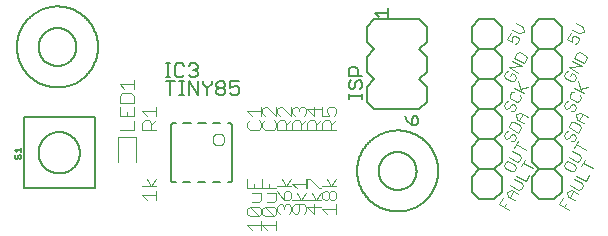
<source format=gto>
G04 EAGLE Gerber RS-274X export*
G75*
%MOMM*%
%FSLAX34Y34*%
%LPD*%
%INSilkscreen Top*%
%IPPOS*%
%AMOC8*
5,1,8,0,0,1.08239X$1,22.5*%
G01*
%ADD10C,0.076200*%
%ADD11C,0.152400*%
%ADD12C,0.203200*%
%ADD13C,0.127000*%
%ADD14C,0.050800*%
%ADD15C,0.101600*%
%ADD16C,0.120000*%


D10*
X426650Y164879D02*
X423515Y159448D01*
X427588Y157097D01*
X427798Y160596D01*
X428581Y161954D01*
X430723Y162528D01*
X433438Y160960D01*
X434012Y158818D01*
X432444Y156103D01*
X430303Y155529D01*
X433623Y164415D02*
X428192Y167550D01*
X433623Y164415D02*
X437906Y165563D01*
X436758Y169845D01*
X431328Y172981D01*
X424833Y132345D02*
X422691Y131771D01*
X421123Y129056D01*
X421697Y126915D01*
X427128Y123779D01*
X429269Y124353D01*
X430837Y127068D01*
X430263Y129210D01*
X427548Y130778D01*
X425980Y128062D01*
X433163Y131097D02*
X425017Y135800D01*
X436298Y136528D01*
X428153Y141231D01*
X429695Y143902D02*
X437841Y139199D01*
X440192Y143272D01*
X439618Y145413D01*
X434188Y148549D01*
X432046Y147975D01*
X429695Y143902D01*
X422691Y55571D02*
X421123Y52856D01*
X421697Y50715D01*
X427128Y47579D01*
X429269Y48153D01*
X430837Y50868D01*
X430263Y53010D01*
X424833Y56145D01*
X422691Y55571D01*
X425017Y59600D02*
X431805Y55681D01*
X433947Y56255D01*
X435515Y58970D01*
X434941Y61112D01*
X428153Y65031D01*
X431263Y70417D02*
X439408Y65714D01*
X429695Y67702D02*
X432830Y73133D01*
X417165Y19748D02*
X425311Y15045D01*
X417165Y19748D02*
X420300Y25179D01*
X422805Y20112D02*
X421238Y17397D01*
X424558Y26283D02*
X429988Y23147D01*
X424558Y26283D02*
X423410Y30566D01*
X427693Y31713D01*
X433123Y28578D01*
X429051Y30929D02*
X425915Y25499D01*
X433308Y32033D02*
X426520Y35952D01*
X433308Y32033D02*
X435450Y32607D01*
X437017Y35322D01*
X436443Y37463D01*
X429655Y41383D01*
X431197Y44054D02*
X439343Y39351D01*
X442479Y44781D01*
X445589Y50168D02*
X437443Y54871D01*
X439010Y57586D02*
X435875Y52156D01*
X422691Y106371D02*
X424833Y106945D01*
X422691Y106371D02*
X421123Y103656D01*
X421697Y101515D01*
X423055Y100731D01*
X425196Y101305D01*
X426764Y104020D01*
X428906Y104594D01*
X430263Y103810D01*
X430837Y101668D01*
X429269Y98953D01*
X427128Y98379D01*
X427369Y114473D02*
X429510Y115047D01*
X427369Y114473D02*
X425801Y111758D01*
X426375Y109616D01*
X431805Y106481D01*
X433947Y107055D01*
X435515Y109770D01*
X434941Y111912D01*
X437841Y113799D02*
X429695Y118502D01*
X435125Y115367D02*
X432830Y123933D01*
X434552Y117508D02*
X440976Y119230D01*
X424833Y81545D02*
X422691Y80971D01*
X421123Y78256D01*
X421697Y76115D01*
X423055Y75331D01*
X425196Y75905D01*
X426764Y78620D01*
X428906Y79194D01*
X430263Y78410D01*
X430837Y76268D01*
X429269Y73553D01*
X427128Y72979D01*
X433163Y80297D02*
X425017Y85000D01*
X433163Y80297D02*
X435515Y84370D01*
X434941Y86512D01*
X429510Y89647D01*
X427369Y89073D01*
X425017Y85000D01*
X432410Y91534D02*
X437841Y88399D01*
X432410Y91534D02*
X431263Y95817D01*
X435545Y96965D01*
X440976Y93830D01*
X436903Y96181D02*
X433768Y90751D01*
X474315Y159448D02*
X477450Y164879D01*
X474315Y159448D02*
X478388Y157097D01*
X478598Y160596D01*
X479381Y161954D01*
X481523Y162528D01*
X484238Y160960D01*
X484812Y158818D01*
X483244Y156103D01*
X481103Y155529D01*
X484423Y164415D02*
X478992Y167550D01*
X484423Y164415D02*
X488706Y165563D01*
X487558Y169845D01*
X482128Y172981D01*
X475633Y132345D02*
X473491Y131771D01*
X471923Y129056D01*
X472497Y126915D01*
X477928Y123779D01*
X480069Y124353D01*
X481637Y127068D01*
X481063Y129210D01*
X478348Y130778D01*
X476780Y128062D01*
X483963Y131097D02*
X475817Y135800D01*
X487098Y136528D01*
X478953Y141231D01*
X480495Y143902D02*
X488641Y139199D01*
X490992Y143272D01*
X490418Y145413D01*
X484988Y148549D01*
X482846Y147975D01*
X480495Y143902D01*
X473491Y55571D02*
X471923Y52856D01*
X472497Y50715D01*
X477928Y47579D01*
X480069Y48153D01*
X481637Y50868D01*
X481063Y53010D01*
X475633Y56145D01*
X473491Y55571D01*
X475817Y59600D02*
X482605Y55681D01*
X484747Y56255D01*
X486315Y58970D01*
X485741Y61112D01*
X478953Y65031D01*
X482063Y70417D02*
X490208Y65714D01*
X480495Y67702D02*
X483630Y73133D01*
X467965Y19748D02*
X476111Y15045D01*
X467965Y19748D02*
X471100Y25179D01*
X473605Y20112D02*
X472038Y17397D01*
X475358Y26283D02*
X480788Y23147D01*
X475358Y26283D02*
X474210Y30566D01*
X478493Y31713D01*
X483923Y28578D01*
X479851Y30929D02*
X476715Y25499D01*
X484108Y32033D02*
X477320Y35952D01*
X484108Y32033D02*
X486250Y32607D01*
X487817Y35322D01*
X487243Y37463D01*
X480455Y41383D01*
X481997Y44054D02*
X490143Y39351D01*
X493279Y44781D01*
X496389Y50168D02*
X488243Y54871D01*
X489810Y57586D02*
X486675Y52156D01*
X473491Y106371D02*
X475633Y106945D01*
X473491Y106371D02*
X471923Y103656D01*
X472497Y101515D01*
X473855Y100731D01*
X475996Y101305D01*
X477564Y104020D01*
X479706Y104594D01*
X481063Y103810D01*
X481637Y101668D01*
X480069Y98953D01*
X477928Y98379D01*
X478169Y114473D02*
X480310Y115047D01*
X478169Y114473D02*
X476601Y111758D01*
X477175Y109616D01*
X482605Y106481D01*
X484747Y107055D01*
X486315Y109770D01*
X485741Y111912D01*
X488641Y113799D02*
X480495Y118502D01*
X485925Y115367D02*
X483630Y123933D01*
X485352Y117508D02*
X491776Y119230D01*
X475633Y81545D02*
X473491Y80971D01*
X471923Y78256D01*
X472497Y76115D01*
X473855Y75331D01*
X475996Y75905D01*
X477564Y78620D01*
X479706Y79194D01*
X481063Y78410D01*
X481637Y76268D01*
X480069Y73553D01*
X477928Y72979D01*
X483963Y80297D02*
X475817Y85000D01*
X483963Y80297D02*
X486315Y84370D01*
X485741Y86512D01*
X480310Y89647D01*
X478169Y89073D01*
X475817Y85000D01*
X483210Y91534D02*
X488641Y88399D01*
X483210Y91534D02*
X482063Y95817D01*
X486345Y96965D01*
X491776Y93830D01*
X487703Y96181D02*
X484568Y90751D01*
D11*
X419100Y93900D02*
X419100Y81200D01*
X412750Y74850D01*
X400050Y74850D01*
X393700Y81200D01*
X412750Y74850D02*
X419100Y68500D01*
X419100Y55800D01*
X412750Y49450D01*
X400050Y49450D01*
X393700Y55800D01*
X393700Y68500D01*
X400050Y74850D01*
X419100Y119300D02*
X412750Y125650D01*
X419100Y119300D02*
X419100Y106600D01*
X412750Y100250D01*
X400050Y100250D01*
X393700Y106600D01*
X393700Y119300D01*
X400050Y125650D01*
X412750Y100250D02*
X419100Y93900D01*
X400050Y100250D02*
X393700Y93900D01*
X393700Y81200D01*
X419100Y157400D02*
X419100Y170100D01*
X419100Y157400D02*
X412750Y151050D01*
X400050Y151050D01*
X393700Y157400D01*
X412750Y151050D02*
X419100Y144700D01*
X419100Y132000D01*
X412750Y125650D01*
X400050Y125650D01*
X393700Y132000D01*
X393700Y144700D01*
X400050Y151050D01*
X400050Y176450D02*
X412750Y176450D01*
X419100Y170100D01*
X400050Y176450D02*
X393700Y170100D01*
X393700Y157400D01*
X419100Y43100D02*
X419100Y30400D01*
X412750Y24050D01*
X400050Y24050D01*
X393700Y30400D01*
X412750Y49450D02*
X419100Y43100D01*
X400050Y49450D02*
X393700Y43100D01*
X393700Y30400D01*
X469900Y81200D02*
X469900Y93900D01*
X469900Y81200D02*
X463550Y74850D01*
X450850Y74850D01*
X444500Y81200D01*
X463550Y74850D02*
X469900Y68500D01*
X469900Y55800D01*
X463550Y49450D01*
X450850Y49450D01*
X444500Y55800D01*
X444500Y68500D01*
X450850Y74850D01*
X469900Y119300D02*
X463550Y125650D01*
X469900Y119300D02*
X469900Y106600D01*
X463550Y100250D01*
X450850Y100250D01*
X444500Y106600D01*
X444500Y119300D01*
X450850Y125650D01*
X463550Y100250D02*
X469900Y93900D01*
X450850Y100250D02*
X444500Y93900D01*
X444500Y81200D01*
X469900Y157400D02*
X469900Y170100D01*
X469900Y157400D02*
X463550Y151050D01*
X450850Y151050D01*
X444500Y157400D01*
X463550Y151050D02*
X469900Y144700D01*
X469900Y132000D01*
X463550Y125650D01*
X450850Y125650D01*
X444500Y132000D01*
X444500Y144700D01*
X450850Y151050D01*
X450850Y176450D02*
X463550Y176450D01*
X469900Y170100D01*
X450850Y176450D02*
X444500Y170100D01*
X444500Y157400D01*
X469900Y43100D02*
X469900Y30400D01*
X463550Y24050D01*
X450850Y24050D01*
X444500Y30400D01*
X463550Y49450D02*
X469900Y43100D01*
X450850Y49450D02*
X444500Y43100D01*
X444500Y30400D01*
X296710Y48000D02*
X296720Y48842D01*
X296751Y49683D01*
X296803Y50523D01*
X296875Y51361D01*
X296968Y52197D01*
X297081Y53031D01*
X297215Y53862D01*
X297369Y54690D01*
X297543Y55513D01*
X297738Y56332D01*
X297952Y57146D01*
X298187Y57954D01*
X298441Y58756D01*
X298714Y59552D01*
X299008Y60341D01*
X299320Y61122D01*
X299652Y61896D01*
X300002Y62661D01*
X300371Y63417D01*
X300759Y64164D01*
X301165Y64901D01*
X301588Y65629D01*
X302030Y66345D01*
X302489Y67051D01*
X302965Y67744D01*
X303458Y68427D01*
X303968Y69096D01*
X304493Y69753D01*
X305035Y70397D01*
X305593Y71028D01*
X306166Y71644D01*
X306753Y72247D01*
X307356Y72834D01*
X307972Y73407D01*
X308603Y73965D01*
X309247Y74507D01*
X309904Y75032D01*
X310573Y75542D01*
X311256Y76035D01*
X311949Y76511D01*
X312655Y76970D01*
X313371Y77412D01*
X314099Y77835D01*
X314836Y78241D01*
X315583Y78629D01*
X316339Y78998D01*
X317104Y79348D01*
X317878Y79680D01*
X318659Y79992D01*
X319448Y80286D01*
X320244Y80559D01*
X321046Y80813D01*
X321854Y81048D01*
X322668Y81262D01*
X323487Y81457D01*
X324310Y81631D01*
X325138Y81785D01*
X325969Y81919D01*
X326803Y82032D01*
X327639Y82125D01*
X328477Y82197D01*
X329317Y82249D01*
X330158Y82280D01*
X331000Y82290D01*
X331842Y82280D01*
X332683Y82249D01*
X333523Y82197D01*
X334361Y82125D01*
X335197Y82032D01*
X336031Y81919D01*
X336862Y81785D01*
X337690Y81631D01*
X338513Y81457D01*
X339332Y81262D01*
X340146Y81048D01*
X340954Y80813D01*
X341756Y80559D01*
X342552Y80286D01*
X343341Y79992D01*
X344122Y79680D01*
X344896Y79348D01*
X345661Y78998D01*
X346417Y78629D01*
X347164Y78241D01*
X347901Y77835D01*
X348629Y77412D01*
X349345Y76970D01*
X350051Y76511D01*
X350744Y76035D01*
X351427Y75542D01*
X352096Y75032D01*
X352753Y74507D01*
X353397Y73965D01*
X354028Y73407D01*
X354644Y72834D01*
X355247Y72247D01*
X355834Y71644D01*
X356407Y71028D01*
X356965Y70397D01*
X357507Y69753D01*
X358032Y69096D01*
X358542Y68427D01*
X359035Y67744D01*
X359511Y67051D01*
X359970Y66345D01*
X360412Y65629D01*
X360835Y64901D01*
X361241Y64164D01*
X361629Y63417D01*
X361998Y62661D01*
X362348Y61896D01*
X362680Y61122D01*
X362992Y60341D01*
X363286Y59552D01*
X363559Y58756D01*
X363813Y57954D01*
X364048Y57146D01*
X364262Y56332D01*
X364457Y55513D01*
X364631Y54690D01*
X364785Y53862D01*
X364919Y53031D01*
X365032Y52197D01*
X365125Y51361D01*
X365197Y50523D01*
X365249Y49683D01*
X365280Y48842D01*
X365290Y48000D01*
X365280Y47158D01*
X365249Y46317D01*
X365197Y45477D01*
X365125Y44639D01*
X365032Y43803D01*
X364919Y42969D01*
X364785Y42138D01*
X364631Y41310D01*
X364457Y40487D01*
X364262Y39668D01*
X364048Y38854D01*
X363813Y38046D01*
X363559Y37244D01*
X363286Y36448D01*
X362992Y35659D01*
X362680Y34878D01*
X362348Y34104D01*
X361998Y33339D01*
X361629Y32583D01*
X361241Y31836D01*
X360835Y31099D01*
X360412Y30371D01*
X359970Y29655D01*
X359511Y28949D01*
X359035Y28256D01*
X358542Y27573D01*
X358032Y26904D01*
X357507Y26247D01*
X356965Y25603D01*
X356407Y24972D01*
X355834Y24356D01*
X355247Y23753D01*
X354644Y23166D01*
X354028Y22593D01*
X353397Y22035D01*
X352753Y21493D01*
X352096Y20968D01*
X351427Y20458D01*
X350744Y19965D01*
X350051Y19489D01*
X349345Y19030D01*
X348629Y18588D01*
X347901Y18165D01*
X347164Y17759D01*
X346417Y17371D01*
X345661Y17002D01*
X344896Y16652D01*
X344122Y16320D01*
X343341Y16008D01*
X342552Y15714D01*
X341756Y15441D01*
X340954Y15187D01*
X340146Y14952D01*
X339332Y14738D01*
X338513Y14543D01*
X337690Y14369D01*
X336862Y14215D01*
X336031Y14081D01*
X335197Y13968D01*
X334361Y13875D01*
X333523Y13803D01*
X332683Y13751D01*
X331842Y13720D01*
X331000Y13710D01*
X330158Y13720D01*
X329317Y13751D01*
X328477Y13803D01*
X327639Y13875D01*
X326803Y13968D01*
X325969Y14081D01*
X325138Y14215D01*
X324310Y14369D01*
X323487Y14543D01*
X322668Y14738D01*
X321854Y14952D01*
X321046Y15187D01*
X320244Y15441D01*
X319448Y15714D01*
X318659Y16008D01*
X317878Y16320D01*
X317104Y16652D01*
X316339Y17002D01*
X315583Y17371D01*
X314836Y17759D01*
X314099Y18165D01*
X313371Y18588D01*
X312655Y19030D01*
X311949Y19489D01*
X311256Y19965D01*
X310573Y20458D01*
X309904Y20968D01*
X309247Y21493D01*
X308603Y22035D01*
X307972Y22593D01*
X307356Y23166D01*
X306753Y23753D01*
X306166Y24356D01*
X305593Y24972D01*
X305035Y25603D01*
X304493Y26247D01*
X303968Y26904D01*
X303458Y27573D01*
X302965Y28256D01*
X302489Y28949D01*
X302030Y29655D01*
X301588Y30371D01*
X301165Y31099D01*
X300759Y31836D01*
X300371Y32583D01*
X300002Y33339D01*
X299652Y34104D01*
X299320Y34878D01*
X299008Y35659D01*
X298714Y36448D01*
X298441Y37244D01*
X298187Y38046D01*
X297952Y38854D01*
X297738Y39668D01*
X297543Y40487D01*
X297369Y41310D01*
X297215Y42138D01*
X297081Y42969D01*
X296968Y43803D01*
X296875Y44639D01*
X296803Y45477D01*
X296751Y46317D01*
X296720Y47158D01*
X296710Y48000D01*
D12*
X315000Y48000D02*
X315005Y48393D01*
X315019Y48785D01*
X315043Y49177D01*
X315077Y49568D01*
X315120Y49959D01*
X315173Y50348D01*
X315236Y50735D01*
X315307Y51121D01*
X315389Y51506D01*
X315479Y51888D01*
X315580Y52267D01*
X315689Y52645D01*
X315808Y53019D01*
X315935Y53390D01*
X316072Y53758D01*
X316218Y54123D01*
X316373Y54484D01*
X316536Y54841D01*
X316708Y55194D01*
X316889Y55542D01*
X317079Y55886D01*
X317276Y56226D01*
X317482Y56560D01*
X317696Y56889D01*
X317919Y57213D01*
X318149Y57531D01*
X318386Y57844D01*
X318632Y58150D01*
X318885Y58451D01*
X319145Y58745D01*
X319412Y59033D01*
X319686Y59314D01*
X319967Y59588D01*
X320255Y59855D01*
X320549Y60115D01*
X320850Y60368D01*
X321156Y60614D01*
X321469Y60851D01*
X321787Y61081D01*
X322111Y61304D01*
X322440Y61518D01*
X322774Y61724D01*
X323114Y61921D01*
X323458Y62111D01*
X323806Y62292D01*
X324159Y62464D01*
X324516Y62627D01*
X324877Y62782D01*
X325242Y62928D01*
X325610Y63065D01*
X325981Y63192D01*
X326355Y63311D01*
X326733Y63420D01*
X327112Y63521D01*
X327494Y63611D01*
X327879Y63693D01*
X328265Y63764D01*
X328652Y63827D01*
X329041Y63880D01*
X329432Y63923D01*
X329823Y63957D01*
X330215Y63981D01*
X330607Y63995D01*
X331000Y64000D01*
X331393Y63995D01*
X331785Y63981D01*
X332177Y63957D01*
X332568Y63923D01*
X332959Y63880D01*
X333348Y63827D01*
X333735Y63764D01*
X334121Y63693D01*
X334506Y63611D01*
X334888Y63521D01*
X335267Y63420D01*
X335645Y63311D01*
X336019Y63192D01*
X336390Y63065D01*
X336758Y62928D01*
X337123Y62782D01*
X337484Y62627D01*
X337841Y62464D01*
X338194Y62292D01*
X338542Y62111D01*
X338886Y61921D01*
X339226Y61724D01*
X339560Y61518D01*
X339889Y61304D01*
X340213Y61081D01*
X340531Y60851D01*
X340844Y60614D01*
X341150Y60368D01*
X341451Y60115D01*
X341745Y59855D01*
X342033Y59588D01*
X342314Y59314D01*
X342588Y59033D01*
X342855Y58745D01*
X343115Y58451D01*
X343368Y58150D01*
X343614Y57844D01*
X343851Y57531D01*
X344081Y57213D01*
X344304Y56889D01*
X344518Y56560D01*
X344724Y56226D01*
X344921Y55886D01*
X345111Y55542D01*
X345292Y55194D01*
X345464Y54841D01*
X345627Y54484D01*
X345782Y54123D01*
X345928Y53758D01*
X346065Y53390D01*
X346192Y53019D01*
X346311Y52645D01*
X346420Y52267D01*
X346521Y51888D01*
X346611Y51506D01*
X346693Y51121D01*
X346764Y50735D01*
X346827Y50348D01*
X346880Y49959D01*
X346923Y49568D01*
X346957Y49177D01*
X346981Y48785D01*
X346995Y48393D01*
X347000Y48000D01*
X346995Y47607D01*
X346981Y47215D01*
X346957Y46823D01*
X346923Y46432D01*
X346880Y46041D01*
X346827Y45652D01*
X346764Y45265D01*
X346693Y44879D01*
X346611Y44494D01*
X346521Y44112D01*
X346420Y43733D01*
X346311Y43355D01*
X346192Y42981D01*
X346065Y42610D01*
X345928Y42242D01*
X345782Y41877D01*
X345627Y41516D01*
X345464Y41159D01*
X345292Y40806D01*
X345111Y40458D01*
X344921Y40114D01*
X344724Y39774D01*
X344518Y39440D01*
X344304Y39111D01*
X344081Y38787D01*
X343851Y38469D01*
X343614Y38156D01*
X343368Y37850D01*
X343115Y37549D01*
X342855Y37255D01*
X342588Y36967D01*
X342314Y36686D01*
X342033Y36412D01*
X341745Y36145D01*
X341451Y35885D01*
X341150Y35632D01*
X340844Y35386D01*
X340531Y35149D01*
X340213Y34919D01*
X339889Y34696D01*
X339560Y34482D01*
X339226Y34276D01*
X338886Y34079D01*
X338542Y33889D01*
X338194Y33708D01*
X337841Y33536D01*
X337484Y33373D01*
X337123Y33218D01*
X336758Y33072D01*
X336390Y32935D01*
X336019Y32808D01*
X335645Y32689D01*
X335267Y32580D01*
X334888Y32479D01*
X334506Y32389D01*
X334121Y32307D01*
X333735Y32236D01*
X333348Y32173D01*
X332959Y32120D01*
X332568Y32077D01*
X332177Y32043D01*
X331785Y32019D01*
X331393Y32005D01*
X331000Y32000D01*
X330607Y32005D01*
X330215Y32019D01*
X329823Y32043D01*
X329432Y32077D01*
X329041Y32120D01*
X328652Y32173D01*
X328265Y32236D01*
X327879Y32307D01*
X327494Y32389D01*
X327112Y32479D01*
X326733Y32580D01*
X326355Y32689D01*
X325981Y32808D01*
X325610Y32935D01*
X325242Y33072D01*
X324877Y33218D01*
X324516Y33373D01*
X324159Y33536D01*
X323806Y33708D01*
X323458Y33889D01*
X323114Y34079D01*
X322774Y34276D01*
X322440Y34482D01*
X322111Y34696D01*
X321787Y34919D01*
X321469Y35149D01*
X321156Y35386D01*
X320850Y35632D01*
X320549Y35885D01*
X320255Y36145D01*
X319967Y36412D01*
X319686Y36686D01*
X319412Y36967D01*
X319145Y37255D01*
X318885Y37549D01*
X318632Y37850D01*
X318386Y38156D01*
X318149Y38469D01*
X317919Y38787D01*
X317696Y39111D01*
X317482Y39440D01*
X317276Y39774D01*
X317079Y40114D01*
X316889Y40458D01*
X316708Y40806D01*
X316536Y41159D01*
X316373Y41516D01*
X316218Y41877D01*
X316072Y42242D01*
X315935Y42610D01*
X315808Y42981D01*
X315689Y43355D01*
X315580Y43733D01*
X315479Y44112D01*
X315389Y44494D01*
X315307Y44879D01*
X315236Y45265D01*
X315173Y45652D01*
X315120Y46041D01*
X315077Y46432D01*
X315043Y46823D01*
X315019Y47215D01*
X315005Y47607D01*
X315000Y48000D01*
D11*
X8710Y153000D02*
X8720Y153842D01*
X8751Y154683D01*
X8803Y155523D01*
X8875Y156361D01*
X8968Y157197D01*
X9081Y158031D01*
X9215Y158862D01*
X9369Y159690D01*
X9543Y160513D01*
X9738Y161332D01*
X9952Y162146D01*
X10187Y162954D01*
X10441Y163756D01*
X10714Y164552D01*
X11008Y165341D01*
X11320Y166122D01*
X11652Y166896D01*
X12002Y167661D01*
X12371Y168417D01*
X12759Y169164D01*
X13165Y169901D01*
X13588Y170629D01*
X14030Y171345D01*
X14489Y172051D01*
X14965Y172744D01*
X15458Y173427D01*
X15968Y174096D01*
X16493Y174753D01*
X17035Y175397D01*
X17593Y176028D01*
X18166Y176644D01*
X18753Y177247D01*
X19356Y177834D01*
X19972Y178407D01*
X20603Y178965D01*
X21247Y179507D01*
X21904Y180032D01*
X22573Y180542D01*
X23256Y181035D01*
X23949Y181511D01*
X24655Y181970D01*
X25371Y182412D01*
X26099Y182835D01*
X26836Y183241D01*
X27583Y183629D01*
X28339Y183998D01*
X29104Y184348D01*
X29878Y184680D01*
X30659Y184992D01*
X31448Y185286D01*
X32244Y185559D01*
X33046Y185813D01*
X33854Y186048D01*
X34668Y186262D01*
X35487Y186457D01*
X36310Y186631D01*
X37138Y186785D01*
X37969Y186919D01*
X38803Y187032D01*
X39639Y187125D01*
X40477Y187197D01*
X41317Y187249D01*
X42158Y187280D01*
X43000Y187290D01*
X43842Y187280D01*
X44683Y187249D01*
X45523Y187197D01*
X46361Y187125D01*
X47197Y187032D01*
X48031Y186919D01*
X48862Y186785D01*
X49690Y186631D01*
X50513Y186457D01*
X51332Y186262D01*
X52146Y186048D01*
X52954Y185813D01*
X53756Y185559D01*
X54552Y185286D01*
X55341Y184992D01*
X56122Y184680D01*
X56896Y184348D01*
X57661Y183998D01*
X58417Y183629D01*
X59164Y183241D01*
X59901Y182835D01*
X60629Y182412D01*
X61345Y181970D01*
X62051Y181511D01*
X62744Y181035D01*
X63427Y180542D01*
X64096Y180032D01*
X64753Y179507D01*
X65397Y178965D01*
X66028Y178407D01*
X66644Y177834D01*
X67247Y177247D01*
X67834Y176644D01*
X68407Y176028D01*
X68965Y175397D01*
X69507Y174753D01*
X70032Y174096D01*
X70542Y173427D01*
X71035Y172744D01*
X71511Y172051D01*
X71970Y171345D01*
X72412Y170629D01*
X72835Y169901D01*
X73241Y169164D01*
X73629Y168417D01*
X73998Y167661D01*
X74348Y166896D01*
X74680Y166122D01*
X74992Y165341D01*
X75286Y164552D01*
X75559Y163756D01*
X75813Y162954D01*
X76048Y162146D01*
X76262Y161332D01*
X76457Y160513D01*
X76631Y159690D01*
X76785Y158862D01*
X76919Y158031D01*
X77032Y157197D01*
X77125Y156361D01*
X77197Y155523D01*
X77249Y154683D01*
X77280Y153842D01*
X77290Y153000D01*
X77280Y152158D01*
X77249Y151317D01*
X77197Y150477D01*
X77125Y149639D01*
X77032Y148803D01*
X76919Y147969D01*
X76785Y147138D01*
X76631Y146310D01*
X76457Y145487D01*
X76262Y144668D01*
X76048Y143854D01*
X75813Y143046D01*
X75559Y142244D01*
X75286Y141448D01*
X74992Y140659D01*
X74680Y139878D01*
X74348Y139104D01*
X73998Y138339D01*
X73629Y137583D01*
X73241Y136836D01*
X72835Y136099D01*
X72412Y135371D01*
X71970Y134655D01*
X71511Y133949D01*
X71035Y133256D01*
X70542Y132573D01*
X70032Y131904D01*
X69507Y131247D01*
X68965Y130603D01*
X68407Y129972D01*
X67834Y129356D01*
X67247Y128753D01*
X66644Y128166D01*
X66028Y127593D01*
X65397Y127035D01*
X64753Y126493D01*
X64096Y125968D01*
X63427Y125458D01*
X62744Y124965D01*
X62051Y124489D01*
X61345Y124030D01*
X60629Y123588D01*
X59901Y123165D01*
X59164Y122759D01*
X58417Y122371D01*
X57661Y122002D01*
X56896Y121652D01*
X56122Y121320D01*
X55341Y121008D01*
X54552Y120714D01*
X53756Y120441D01*
X52954Y120187D01*
X52146Y119952D01*
X51332Y119738D01*
X50513Y119543D01*
X49690Y119369D01*
X48862Y119215D01*
X48031Y119081D01*
X47197Y118968D01*
X46361Y118875D01*
X45523Y118803D01*
X44683Y118751D01*
X43842Y118720D01*
X43000Y118710D01*
X42158Y118720D01*
X41317Y118751D01*
X40477Y118803D01*
X39639Y118875D01*
X38803Y118968D01*
X37969Y119081D01*
X37138Y119215D01*
X36310Y119369D01*
X35487Y119543D01*
X34668Y119738D01*
X33854Y119952D01*
X33046Y120187D01*
X32244Y120441D01*
X31448Y120714D01*
X30659Y121008D01*
X29878Y121320D01*
X29104Y121652D01*
X28339Y122002D01*
X27583Y122371D01*
X26836Y122759D01*
X26099Y123165D01*
X25371Y123588D01*
X24655Y124030D01*
X23949Y124489D01*
X23256Y124965D01*
X22573Y125458D01*
X21904Y125968D01*
X21247Y126493D01*
X20603Y127035D01*
X19972Y127593D01*
X19356Y128166D01*
X18753Y128753D01*
X18166Y129356D01*
X17593Y129972D01*
X17035Y130603D01*
X16493Y131247D01*
X15968Y131904D01*
X15458Y132573D01*
X14965Y133256D01*
X14489Y133949D01*
X14030Y134655D01*
X13588Y135371D01*
X13165Y136099D01*
X12759Y136836D01*
X12371Y137583D01*
X12002Y138339D01*
X11652Y139104D01*
X11320Y139878D01*
X11008Y140659D01*
X10714Y141448D01*
X10441Y142244D01*
X10187Y143046D01*
X9952Y143854D01*
X9738Y144668D01*
X9543Y145487D01*
X9369Y146310D01*
X9215Y147138D01*
X9081Y147969D01*
X8968Y148803D01*
X8875Y149639D01*
X8803Y150477D01*
X8751Y151317D01*
X8720Y152158D01*
X8710Y153000D01*
D12*
X27000Y153000D02*
X27005Y153393D01*
X27019Y153785D01*
X27043Y154177D01*
X27077Y154568D01*
X27120Y154959D01*
X27173Y155348D01*
X27236Y155735D01*
X27307Y156121D01*
X27389Y156506D01*
X27479Y156888D01*
X27580Y157267D01*
X27689Y157645D01*
X27808Y158019D01*
X27935Y158390D01*
X28072Y158758D01*
X28218Y159123D01*
X28373Y159484D01*
X28536Y159841D01*
X28708Y160194D01*
X28889Y160542D01*
X29079Y160886D01*
X29276Y161226D01*
X29482Y161560D01*
X29696Y161889D01*
X29919Y162213D01*
X30149Y162531D01*
X30386Y162844D01*
X30632Y163150D01*
X30885Y163451D01*
X31145Y163745D01*
X31412Y164033D01*
X31686Y164314D01*
X31967Y164588D01*
X32255Y164855D01*
X32549Y165115D01*
X32850Y165368D01*
X33156Y165614D01*
X33469Y165851D01*
X33787Y166081D01*
X34111Y166304D01*
X34440Y166518D01*
X34774Y166724D01*
X35114Y166921D01*
X35458Y167111D01*
X35806Y167292D01*
X36159Y167464D01*
X36516Y167627D01*
X36877Y167782D01*
X37242Y167928D01*
X37610Y168065D01*
X37981Y168192D01*
X38355Y168311D01*
X38733Y168420D01*
X39112Y168521D01*
X39494Y168611D01*
X39879Y168693D01*
X40265Y168764D01*
X40652Y168827D01*
X41041Y168880D01*
X41432Y168923D01*
X41823Y168957D01*
X42215Y168981D01*
X42607Y168995D01*
X43000Y169000D01*
X43393Y168995D01*
X43785Y168981D01*
X44177Y168957D01*
X44568Y168923D01*
X44959Y168880D01*
X45348Y168827D01*
X45735Y168764D01*
X46121Y168693D01*
X46506Y168611D01*
X46888Y168521D01*
X47267Y168420D01*
X47645Y168311D01*
X48019Y168192D01*
X48390Y168065D01*
X48758Y167928D01*
X49123Y167782D01*
X49484Y167627D01*
X49841Y167464D01*
X50194Y167292D01*
X50542Y167111D01*
X50886Y166921D01*
X51226Y166724D01*
X51560Y166518D01*
X51889Y166304D01*
X52213Y166081D01*
X52531Y165851D01*
X52844Y165614D01*
X53150Y165368D01*
X53451Y165115D01*
X53745Y164855D01*
X54033Y164588D01*
X54314Y164314D01*
X54588Y164033D01*
X54855Y163745D01*
X55115Y163451D01*
X55368Y163150D01*
X55614Y162844D01*
X55851Y162531D01*
X56081Y162213D01*
X56304Y161889D01*
X56518Y161560D01*
X56724Y161226D01*
X56921Y160886D01*
X57111Y160542D01*
X57292Y160194D01*
X57464Y159841D01*
X57627Y159484D01*
X57782Y159123D01*
X57928Y158758D01*
X58065Y158390D01*
X58192Y158019D01*
X58311Y157645D01*
X58420Y157267D01*
X58521Y156888D01*
X58611Y156506D01*
X58693Y156121D01*
X58764Y155735D01*
X58827Y155348D01*
X58880Y154959D01*
X58923Y154568D01*
X58957Y154177D01*
X58981Y153785D01*
X58995Y153393D01*
X59000Y153000D01*
X58995Y152607D01*
X58981Y152215D01*
X58957Y151823D01*
X58923Y151432D01*
X58880Y151041D01*
X58827Y150652D01*
X58764Y150265D01*
X58693Y149879D01*
X58611Y149494D01*
X58521Y149112D01*
X58420Y148733D01*
X58311Y148355D01*
X58192Y147981D01*
X58065Y147610D01*
X57928Y147242D01*
X57782Y146877D01*
X57627Y146516D01*
X57464Y146159D01*
X57292Y145806D01*
X57111Y145458D01*
X56921Y145114D01*
X56724Y144774D01*
X56518Y144440D01*
X56304Y144111D01*
X56081Y143787D01*
X55851Y143469D01*
X55614Y143156D01*
X55368Y142850D01*
X55115Y142549D01*
X54855Y142255D01*
X54588Y141967D01*
X54314Y141686D01*
X54033Y141412D01*
X53745Y141145D01*
X53451Y140885D01*
X53150Y140632D01*
X52844Y140386D01*
X52531Y140149D01*
X52213Y139919D01*
X51889Y139696D01*
X51560Y139482D01*
X51226Y139276D01*
X50886Y139079D01*
X50542Y138889D01*
X50194Y138708D01*
X49841Y138536D01*
X49484Y138373D01*
X49123Y138218D01*
X48758Y138072D01*
X48390Y137935D01*
X48019Y137808D01*
X47645Y137689D01*
X47267Y137580D01*
X46888Y137479D01*
X46506Y137389D01*
X46121Y137307D01*
X45735Y137236D01*
X45348Y137173D01*
X44959Y137120D01*
X44568Y137077D01*
X44177Y137043D01*
X43785Y137019D01*
X43393Y137005D01*
X43000Y137000D01*
X42607Y137005D01*
X42215Y137019D01*
X41823Y137043D01*
X41432Y137077D01*
X41041Y137120D01*
X40652Y137173D01*
X40265Y137236D01*
X39879Y137307D01*
X39494Y137389D01*
X39112Y137479D01*
X38733Y137580D01*
X38355Y137689D01*
X37981Y137808D01*
X37610Y137935D01*
X37242Y138072D01*
X36877Y138218D01*
X36516Y138373D01*
X36159Y138536D01*
X35806Y138708D01*
X35458Y138889D01*
X35114Y139079D01*
X34774Y139276D01*
X34440Y139482D01*
X34111Y139696D01*
X33787Y139919D01*
X33469Y140149D01*
X33156Y140386D01*
X32850Y140632D01*
X32549Y140885D01*
X32255Y141145D01*
X31967Y141412D01*
X31686Y141686D01*
X31412Y141967D01*
X31145Y142255D01*
X30885Y142549D01*
X30632Y142850D01*
X30386Y143156D01*
X30149Y143469D01*
X29919Y143787D01*
X29696Y144111D01*
X29482Y144440D01*
X29276Y144774D01*
X29079Y145114D01*
X28889Y145458D01*
X28708Y145806D01*
X28536Y146159D01*
X28373Y146516D01*
X28218Y146877D01*
X28072Y147242D01*
X27935Y147610D01*
X27808Y147981D01*
X27689Y148355D01*
X27580Y148733D01*
X27479Y149112D01*
X27389Y149494D01*
X27307Y149879D01*
X27236Y150265D01*
X27173Y150652D01*
X27120Y151041D01*
X27077Y151432D01*
X27043Y151823D01*
X27019Y152215D01*
X27005Y152607D01*
X27000Y153000D01*
D11*
X355600Y157400D02*
X355600Y170100D01*
X355600Y157400D02*
X349250Y151050D01*
X355600Y144700D01*
X355600Y132000D01*
X349250Y125650D01*
X355600Y170100D02*
X349250Y176450D01*
X349250Y125650D02*
X355600Y119300D01*
X355600Y106600D01*
X349250Y100250D01*
X311150Y100250D01*
X311150Y151050D02*
X304800Y157400D01*
X304800Y132000D02*
X311150Y125650D01*
X304800Y132000D02*
X304800Y144700D01*
X311150Y151050D01*
X311150Y176450D02*
X349250Y176450D01*
X311150Y176450D02*
X304800Y170100D01*
X304800Y157400D01*
X304800Y106600D02*
X311150Y100250D01*
X304800Y106600D02*
X304800Y119300D01*
X311150Y125650D01*
D13*
X315589Y178091D02*
X311775Y181904D01*
X323215Y181904D01*
X323215Y178091D02*
X323215Y185718D01*
X337175Y94278D02*
X339082Y90464D01*
X342895Y86651D01*
X346708Y86651D01*
X348615Y88558D01*
X348615Y92371D01*
X346708Y94278D01*
X344802Y94278D01*
X342895Y92371D01*
X342895Y86651D01*
X300990Y109151D02*
X300990Y112964D01*
X300990Y111058D02*
X289550Y111058D01*
X289550Y112964D02*
X289550Y109151D01*
X289550Y122667D02*
X291457Y124574D01*
X289550Y122667D02*
X289550Y118854D01*
X291457Y116947D01*
X293364Y116947D01*
X295270Y118854D01*
X295270Y122667D01*
X297177Y124574D01*
X299083Y124574D01*
X300990Y122667D01*
X300990Y118854D01*
X299083Y116947D01*
X300990Y128641D02*
X289550Y128641D01*
X289550Y134361D01*
X291457Y136267D01*
X295270Y136267D01*
X297177Y134361D01*
X297177Y128641D01*
D11*
X191100Y41000D02*
X191098Y40902D01*
X191092Y40804D01*
X191083Y40706D01*
X191069Y40609D01*
X191052Y40512D01*
X191031Y40416D01*
X191006Y40321D01*
X190978Y40227D01*
X190945Y40135D01*
X190910Y40043D01*
X190870Y39953D01*
X190828Y39865D01*
X190781Y39778D01*
X190732Y39694D01*
X190679Y39611D01*
X190623Y39531D01*
X190563Y39452D01*
X190501Y39376D01*
X190436Y39303D01*
X190368Y39232D01*
X190297Y39164D01*
X190224Y39099D01*
X190148Y39037D01*
X190069Y38977D01*
X189989Y38921D01*
X189906Y38868D01*
X189822Y38819D01*
X189735Y38772D01*
X189647Y38730D01*
X189557Y38690D01*
X189465Y38655D01*
X189373Y38622D01*
X189279Y38594D01*
X189184Y38569D01*
X189088Y38548D01*
X188991Y38531D01*
X188894Y38517D01*
X188796Y38508D01*
X188698Y38502D01*
X188600Y38500D01*
X141600Y38500D02*
X141502Y38502D01*
X141404Y38508D01*
X141306Y38517D01*
X141209Y38531D01*
X141112Y38548D01*
X141016Y38569D01*
X140921Y38594D01*
X140827Y38622D01*
X140735Y38655D01*
X140643Y38690D01*
X140553Y38730D01*
X140465Y38772D01*
X140378Y38819D01*
X140294Y38868D01*
X140211Y38921D01*
X140131Y38977D01*
X140052Y39037D01*
X139976Y39099D01*
X139903Y39164D01*
X139832Y39232D01*
X139764Y39303D01*
X139699Y39376D01*
X139637Y39452D01*
X139577Y39531D01*
X139521Y39611D01*
X139468Y39694D01*
X139419Y39778D01*
X139372Y39865D01*
X139330Y39953D01*
X139290Y40043D01*
X139255Y40135D01*
X139222Y40227D01*
X139194Y40321D01*
X139169Y40416D01*
X139148Y40512D01*
X139131Y40609D01*
X139117Y40706D01*
X139108Y40804D01*
X139102Y40902D01*
X139100Y41000D01*
X139100Y86000D02*
X139102Y86098D01*
X139108Y86196D01*
X139117Y86294D01*
X139131Y86391D01*
X139148Y86488D01*
X139169Y86584D01*
X139194Y86679D01*
X139222Y86773D01*
X139255Y86865D01*
X139290Y86957D01*
X139330Y87047D01*
X139372Y87135D01*
X139419Y87222D01*
X139468Y87306D01*
X139521Y87389D01*
X139577Y87469D01*
X139637Y87548D01*
X139699Y87624D01*
X139764Y87697D01*
X139832Y87768D01*
X139903Y87836D01*
X139976Y87901D01*
X140052Y87963D01*
X140131Y88023D01*
X140211Y88079D01*
X140294Y88132D01*
X140378Y88181D01*
X140465Y88228D01*
X140553Y88270D01*
X140643Y88310D01*
X140735Y88345D01*
X140827Y88378D01*
X140921Y88406D01*
X141016Y88431D01*
X141112Y88452D01*
X141209Y88469D01*
X141306Y88483D01*
X141404Y88492D01*
X141502Y88498D01*
X141600Y88500D01*
X188600Y88500D02*
X188698Y88498D01*
X188796Y88492D01*
X188894Y88483D01*
X188991Y88469D01*
X189088Y88452D01*
X189184Y88431D01*
X189279Y88406D01*
X189373Y88378D01*
X189465Y88345D01*
X189557Y88310D01*
X189647Y88270D01*
X189735Y88228D01*
X189822Y88181D01*
X189906Y88132D01*
X189989Y88079D01*
X190069Y88023D01*
X190148Y87963D01*
X190224Y87901D01*
X190297Y87836D01*
X190368Y87768D01*
X190436Y87697D01*
X190501Y87624D01*
X190563Y87548D01*
X190623Y87469D01*
X190679Y87389D01*
X190732Y87306D01*
X190781Y87222D01*
X190828Y87135D01*
X190870Y87047D01*
X190910Y86957D01*
X190945Y86865D01*
X190978Y86773D01*
X191006Y86679D01*
X191031Y86584D01*
X191052Y86488D01*
X191069Y86391D01*
X191083Y86294D01*
X191092Y86196D01*
X191098Y86098D01*
X191100Y86000D01*
X188500Y38500D02*
X187200Y38500D01*
X181000Y38500D02*
X174600Y38500D01*
X168300Y38500D02*
X161900Y38500D01*
X155600Y38500D02*
X149200Y38500D01*
X143000Y38500D02*
X141500Y38500D01*
X141800Y88500D02*
X143100Y88500D01*
X149200Y88500D02*
X155700Y88500D01*
X161900Y88500D02*
X168400Y88500D01*
X174600Y88500D02*
X181000Y88500D01*
X187200Y88500D02*
X188500Y88500D01*
X191100Y85900D02*
X191100Y41000D01*
X139100Y41000D02*
X139100Y86000D01*
D14*
X174300Y74650D02*
X174302Y74791D01*
X174308Y74932D01*
X174318Y75072D01*
X174332Y75212D01*
X174350Y75352D01*
X174371Y75491D01*
X174397Y75630D01*
X174426Y75768D01*
X174460Y75904D01*
X174497Y76040D01*
X174538Y76175D01*
X174583Y76309D01*
X174632Y76441D01*
X174684Y76572D01*
X174740Y76701D01*
X174800Y76828D01*
X174863Y76954D01*
X174929Y77078D01*
X175000Y77201D01*
X175073Y77321D01*
X175150Y77439D01*
X175230Y77555D01*
X175314Y77668D01*
X175400Y77779D01*
X175490Y77888D01*
X175583Y77994D01*
X175678Y78097D01*
X175777Y78198D01*
X175878Y78296D01*
X175982Y78391D01*
X176089Y78483D01*
X176198Y78572D01*
X176310Y78657D01*
X176424Y78740D01*
X176540Y78820D01*
X176659Y78896D01*
X176780Y78968D01*
X176902Y79038D01*
X177027Y79103D01*
X177153Y79166D01*
X177281Y79224D01*
X177411Y79279D01*
X177542Y79331D01*
X177675Y79378D01*
X177809Y79422D01*
X177944Y79463D01*
X178080Y79499D01*
X178217Y79531D01*
X178355Y79560D01*
X178493Y79585D01*
X178633Y79605D01*
X178773Y79622D01*
X178913Y79635D01*
X179054Y79644D01*
X179194Y79649D01*
X179335Y79650D01*
X179476Y79647D01*
X179617Y79640D01*
X179757Y79629D01*
X179897Y79614D01*
X180037Y79595D01*
X180176Y79573D01*
X180314Y79546D01*
X180452Y79516D01*
X180588Y79481D01*
X180724Y79443D01*
X180858Y79401D01*
X180992Y79355D01*
X181124Y79306D01*
X181254Y79252D01*
X181383Y79195D01*
X181510Y79135D01*
X181636Y79071D01*
X181759Y79003D01*
X181881Y78932D01*
X182001Y78858D01*
X182118Y78780D01*
X182233Y78699D01*
X182346Y78615D01*
X182457Y78528D01*
X182565Y78437D01*
X182670Y78344D01*
X182773Y78247D01*
X182873Y78148D01*
X182970Y78046D01*
X183064Y77941D01*
X183155Y77834D01*
X183243Y77724D01*
X183328Y77612D01*
X183410Y77497D01*
X183489Y77380D01*
X183564Y77261D01*
X183636Y77140D01*
X183704Y77017D01*
X183769Y76892D01*
X183831Y76765D01*
X183888Y76636D01*
X183943Y76506D01*
X183993Y76375D01*
X184040Y76242D01*
X184083Y76108D01*
X184122Y75972D01*
X184157Y75836D01*
X184189Y75699D01*
X184216Y75561D01*
X184240Y75422D01*
X184260Y75282D01*
X184276Y75142D01*
X184288Y75002D01*
X184296Y74861D01*
X184300Y74720D01*
X184300Y74580D01*
X184296Y74439D01*
X184288Y74298D01*
X184276Y74158D01*
X184260Y74018D01*
X184240Y73878D01*
X184216Y73739D01*
X184189Y73601D01*
X184157Y73464D01*
X184122Y73328D01*
X184083Y73192D01*
X184040Y73058D01*
X183993Y72925D01*
X183943Y72794D01*
X183888Y72664D01*
X183831Y72535D01*
X183769Y72408D01*
X183704Y72283D01*
X183636Y72160D01*
X183564Y72039D01*
X183489Y71920D01*
X183410Y71803D01*
X183328Y71688D01*
X183243Y71576D01*
X183155Y71466D01*
X183064Y71359D01*
X182970Y71254D01*
X182873Y71152D01*
X182773Y71053D01*
X182670Y70956D01*
X182565Y70863D01*
X182457Y70772D01*
X182346Y70685D01*
X182233Y70601D01*
X182118Y70520D01*
X182001Y70442D01*
X181881Y70368D01*
X181759Y70297D01*
X181636Y70229D01*
X181510Y70165D01*
X181383Y70105D01*
X181254Y70048D01*
X181124Y69994D01*
X180992Y69945D01*
X180858Y69899D01*
X180724Y69857D01*
X180588Y69819D01*
X180452Y69784D01*
X180314Y69754D01*
X180176Y69727D01*
X180037Y69705D01*
X179897Y69686D01*
X179757Y69671D01*
X179617Y69660D01*
X179476Y69653D01*
X179335Y69650D01*
X179194Y69651D01*
X179054Y69656D01*
X178913Y69665D01*
X178773Y69678D01*
X178633Y69695D01*
X178493Y69715D01*
X178355Y69740D01*
X178217Y69769D01*
X178080Y69801D01*
X177944Y69837D01*
X177809Y69878D01*
X177675Y69922D01*
X177542Y69969D01*
X177411Y70021D01*
X177281Y70076D01*
X177153Y70134D01*
X177027Y70197D01*
X176902Y70262D01*
X176780Y70332D01*
X176659Y70404D01*
X176540Y70480D01*
X176424Y70560D01*
X176310Y70643D01*
X176198Y70728D01*
X176089Y70817D01*
X175982Y70909D01*
X175878Y71004D01*
X175777Y71102D01*
X175678Y71203D01*
X175583Y71306D01*
X175490Y71412D01*
X175400Y71521D01*
X175314Y71632D01*
X175230Y71745D01*
X175150Y71861D01*
X175073Y71979D01*
X175000Y72099D01*
X174929Y72222D01*
X174863Y72346D01*
X174800Y72472D01*
X174740Y72599D01*
X174684Y72728D01*
X174632Y72859D01*
X174583Y72991D01*
X174538Y73125D01*
X174497Y73260D01*
X174460Y73396D01*
X174426Y73532D01*
X174397Y73670D01*
X174371Y73809D01*
X174350Y73948D01*
X174332Y74088D01*
X174318Y74228D01*
X174308Y74368D01*
X174302Y74509D01*
X174300Y74650D01*
D13*
X138433Y127635D02*
X134620Y127635D01*
X136527Y127635D02*
X136527Y139075D01*
X138433Y139075D02*
X134620Y139075D01*
X148136Y139075D02*
X150042Y137168D01*
X148136Y139075D02*
X144323Y139075D01*
X142416Y137168D01*
X142416Y129542D01*
X144323Y127635D01*
X148136Y127635D01*
X150042Y129542D01*
X154110Y137168D02*
X156017Y139075D01*
X159830Y139075D01*
X161736Y137168D01*
X161736Y135262D01*
X159830Y133355D01*
X157923Y133355D01*
X159830Y133355D02*
X161736Y131448D01*
X161736Y129542D01*
X159830Y127635D01*
X156017Y127635D01*
X154110Y129542D01*
X138433Y123835D02*
X138433Y112395D01*
X134620Y123835D02*
X142247Y123835D01*
X146314Y112395D02*
X150127Y112395D01*
X148221Y112395D02*
X148221Y123835D01*
X150127Y123835D02*
X146314Y123835D01*
X154110Y123835D02*
X154110Y112395D01*
X161736Y112395D02*
X154110Y123835D01*
X161736Y123835D02*
X161736Y112395D01*
X165804Y121928D02*
X165804Y123835D01*
X165804Y121928D02*
X169617Y118115D01*
X173430Y121928D01*
X173430Y123835D01*
X169617Y118115D02*
X169617Y112395D01*
X177498Y121928D02*
X179405Y123835D01*
X183218Y123835D01*
X185124Y121928D01*
X185124Y120022D01*
X183218Y118115D01*
X185124Y116208D01*
X185124Y114302D01*
X183218Y112395D01*
X179405Y112395D01*
X177498Y114302D01*
X177498Y116208D01*
X179405Y118115D01*
X177498Y120022D01*
X177498Y121928D01*
X179405Y118115D02*
X183218Y118115D01*
X189192Y123835D02*
X196818Y123835D01*
X189192Y123835D02*
X189192Y118115D01*
X193005Y120022D01*
X194912Y120022D01*
X196818Y118115D01*
X196818Y114302D01*
X194912Y112395D01*
X191098Y112395D01*
X189192Y114302D01*
D15*
X229098Y83058D02*
X240792Y83058D01*
X229098Y83058D02*
X229098Y88905D01*
X231047Y90854D01*
X234945Y90854D01*
X236894Y88905D01*
X236894Y83058D01*
X236894Y86956D02*
X240792Y90854D01*
X240792Y94752D02*
X240792Y102548D01*
X240792Y94752D02*
X232996Y102548D01*
X231047Y102548D01*
X229098Y100599D01*
X229098Y96701D01*
X231047Y94752D01*
X229098Y13774D02*
X231047Y11825D01*
X229098Y13774D02*
X229098Y17672D01*
X231047Y19621D01*
X232996Y19621D01*
X234945Y17672D01*
X234945Y15723D01*
X234945Y17672D02*
X236894Y19621D01*
X238843Y19621D01*
X240792Y17672D01*
X240792Y13774D01*
X238843Y11825D01*
X231047Y27417D02*
X229098Y31315D01*
X231047Y27417D02*
X234945Y23519D01*
X238843Y23519D01*
X240792Y25468D01*
X240792Y29366D01*
X238843Y31315D01*
X236894Y31315D01*
X234945Y29366D01*
X234945Y23519D01*
X240792Y35213D02*
X229098Y35213D01*
X236894Y35213D02*
X240792Y41060D01*
X236894Y35213D02*
X232996Y41060D01*
X126492Y83058D02*
X114798Y83058D01*
X114798Y88905D01*
X116747Y90854D01*
X120645Y90854D01*
X122594Y88905D01*
X122594Y83058D01*
X122594Y86956D02*
X126492Y90854D01*
X118696Y94752D02*
X114798Y98650D01*
X126492Y98650D01*
X126492Y94752D02*
X126492Y102548D01*
X114798Y27417D02*
X118696Y23519D01*
X114798Y27417D02*
X126492Y27417D01*
X126492Y23519D02*
X126492Y31315D01*
X126492Y35213D02*
X114798Y35213D01*
X122594Y35213D02*
X126492Y41060D01*
X122594Y35213D02*
X118696Y41060D01*
X254498Y83058D02*
X266192Y83058D01*
X254498Y83058D02*
X254498Y88905D01*
X256447Y90854D01*
X260345Y90854D01*
X262294Y88905D01*
X262294Y83058D01*
X262294Y86956D02*
X266192Y90854D01*
X266192Y100599D02*
X254498Y100599D01*
X260345Y94752D01*
X260345Y102548D01*
X267198Y15723D02*
X271096Y11825D01*
X267198Y15723D02*
X278892Y15723D01*
X278892Y11825D02*
X278892Y19621D01*
X269147Y23519D02*
X267198Y25468D01*
X267198Y29366D01*
X269147Y31315D01*
X271096Y31315D01*
X273045Y29366D01*
X274994Y31315D01*
X276943Y31315D01*
X278892Y29366D01*
X278892Y25468D01*
X276943Y23519D01*
X274994Y23519D01*
X273045Y25468D01*
X271096Y23519D01*
X269147Y23519D01*
X273045Y25468D02*
X273045Y29366D01*
X278892Y35213D02*
X267198Y35213D01*
X274994Y35213D02*
X278892Y41060D01*
X274994Y35213D02*
X271096Y41060D01*
X253492Y83058D02*
X241798Y83058D01*
X241798Y88905D01*
X243747Y90854D01*
X247645Y90854D01*
X249594Y88905D01*
X249594Y83058D01*
X249594Y86956D02*
X253492Y90854D01*
X243747Y94752D02*
X241798Y96701D01*
X241798Y100599D01*
X243747Y102548D01*
X245696Y102548D01*
X247645Y100599D01*
X247645Y98650D01*
X247645Y100599D02*
X249594Y102548D01*
X251543Y102548D01*
X253492Y100599D01*
X253492Y96701D01*
X251543Y94752D01*
X253492Y13774D02*
X251543Y11825D01*
X253492Y13774D02*
X253492Y17672D01*
X251543Y19621D01*
X243747Y19621D01*
X241798Y17672D01*
X241798Y13774D01*
X243747Y11825D01*
X245696Y11825D01*
X247645Y13774D01*
X247645Y19621D01*
X253492Y23519D02*
X241798Y23519D01*
X249594Y23519D02*
X253492Y29366D01*
X249594Y23519D02*
X245696Y29366D01*
X245696Y33264D02*
X241798Y37162D01*
X253492Y37162D01*
X253492Y33264D02*
X253492Y41060D01*
X267198Y83058D02*
X278892Y83058D01*
X267198Y83058D02*
X267198Y88905D01*
X269147Y90854D01*
X273045Y90854D01*
X274994Y88905D01*
X274994Y83058D01*
X274994Y86956D02*
X278892Y90854D01*
X267198Y94752D02*
X267198Y102548D01*
X267198Y94752D02*
X273045Y94752D01*
X271096Y98650D01*
X271096Y100599D01*
X273045Y102548D01*
X276943Y102548D01*
X278892Y100599D01*
X278892Y96701D01*
X276943Y94752D01*
X266192Y17672D02*
X254498Y17672D01*
X260345Y11825D01*
X260345Y19621D01*
X266192Y23519D02*
X254498Y23519D01*
X262294Y23519D02*
X266192Y29366D01*
X262294Y23519D02*
X258396Y29366D01*
X254498Y33264D02*
X254498Y41060D01*
X256447Y41060D01*
X264243Y33264D01*
X266192Y33264D01*
X205647Y90854D02*
X203698Y88905D01*
X203698Y85007D01*
X205647Y83058D01*
X213443Y83058D01*
X215392Y85007D01*
X215392Y88905D01*
X213443Y90854D01*
X207596Y94752D02*
X203698Y98650D01*
X215392Y98650D01*
X215392Y94752D02*
X215392Y102548D01*
X203698Y2080D02*
X207596Y-1818D01*
X203698Y2080D02*
X215392Y2080D01*
X215392Y-1818D02*
X215392Y5978D01*
X213443Y9876D02*
X205647Y9876D01*
X203698Y11825D01*
X203698Y15723D01*
X205647Y17672D01*
X213443Y17672D01*
X215392Y15723D01*
X215392Y11825D01*
X213443Y9876D01*
X205647Y17672D01*
X207596Y21570D02*
X213443Y21570D01*
X215392Y23519D01*
X215392Y29366D01*
X207596Y29366D01*
X203698Y33264D02*
X215392Y33264D01*
X203698Y33264D02*
X203698Y41060D01*
X209545Y37162D02*
X209545Y33264D01*
X216398Y88905D02*
X218347Y90854D01*
X216398Y88905D02*
X216398Y85007D01*
X218347Y83058D01*
X226143Y83058D01*
X228092Y85007D01*
X228092Y88905D01*
X226143Y90854D01*
X228092Y94752D02*
X228092Y102548D01*
X228092Y94752D02*
X220296Y102548D01*
X218347Y102548D01*
X216398Y100599D01*
X216398Y96701D01*
X218347Y94752D01*
X216398Y2080D02*
X220296Y-1818D01*
X216398Y2080D02*
X228092Y2080D01*
X228092Y-1818D02*
X228092Y5978D01*
X226143Y9876D02*
X218347Y9876D01*
X216398Y11825D01*
X216398Y15723D01*
X218347Y17672D01*
X226143Y17672D01*
X228092Y15723D01*
X228092Y11825D01*
X226143Y9876D01*
X218347Y17672D01*
X220296Y21570D02*
X226143Y21570D01*
X228092Y23519D01*
X228092Y29366D01*
X220296Y29366D01*
X216398Y33264D02*
X228092Y33264D01*
X216398Y33264D02*
X216398Y41060D01*
X222245Y37162D02*
X222245Y33264D01*
D12*
X74450Y33500D02*
X74450Y93500D01*
X14450Y93500D01*
X14450Y33500D01*
X74450Y33500D01*
X26950Y63500D02*
X26955Y63929D01*
X26971Y64359D01*
X26997Y64787D01*
X27034Y65215D01*
X27082Y65642D01*
X27139Y66068D01*
X27208Y66492D01*
X27286Y66914D01*
X27375Y67334D01*
X27474Y67752D01*
X27584Y68167D01*
X27704Y68580D01*
X27833Y68989D01*
X27973Y69396D01*
X28123Y69798D01*
X28282Y70197D01*
X28451Y70592D01*
X28630Y70982D01*
X28819Y71368D01*
X29016Y71749D01*
X29223Y72126D01*
X29440Y72497D01*
X29665Y72862D01*
X29899Y73222D01*
X30142Y73577D01*
X30394Y73925D01*
X30654Y74267D01*
X30922Y74602D01*
X31199Y74931D01*
X31483Y75252D01*
X31776Y75567D01*
X32076Y75874D01*
X32383Y76174D01*
X32698Y76467D01*
X33019Y76751D01*
X33348Y77028D01*
X33683Y77296D01*
X34025Y77556D01*
X34373Y77808D01*
X34728Y78051D01*
X35088Y78285D01*
X35453Y78510D01*
X35824Y78727D01*
X36201Y78934D01*
X36582Y79131D01*
X36968Y79320D01*
X37358Y79499D01*
X37753Y79668D01*
X38152Y79827D01*
X38554Y79977D01*
X38961Y80117D01*
X39370Y80246D01*
X39783Y80366D01*
X40198Y80476D01*
X40616Y80575D01*
X41036Y80664D01*
X41458Y80742D01*
X41882Y80811D01*
X42308Y80868D01*
X42735Y80916D01*
X43163Y80953D01*
X43591Y80979D01*
X44021Y80995D01*
X44450Y81000D01*
X44879Y80995D01*
X45309Y80979D01*
X45737Y80953D01*
X46165Y80916D01*
X46592Y80868D01*
X47018Y80811D01*
X47442Y80742D01*
X47864Y80664D01*
X48284Y80575D01*
X48702Y80476D01*
X49117Y80366D01*
X49530Y80246D01*
X49939Y80117D01*
X50346Y79977D01*
X50748Y79827D01*
X51147Y79668D01*
X51542Y79499D01*
X51932Y79320D01*
X52318Y79131D01*
X52699Y78934D01*
X53076Y78727D01*
X53447Y78510D01*
X53812Y78285D01*
X54172Y78051D01*
X54527Y77808D01*
X54875Y77556D01*
X55217Y77296D01*
X55552Y77028D01*
X55881Y76751D01*
X56202Y76467D01*
X56517Y76174D01*
X56824Y75874D01*
X57124Y75567D01*
X57417Y75252D01*
X57701Y74931D01*
X57978Y74602D01*
X58246Y74267D01*
X58506Y73925D01*
X58758Y73577D01*
X59001Y73222D01*
X59235Y72862D01*
X59460Y72497D01*
X59677Y72126D01*
X59884Y71749D01*
X60081Y71368D01*
X60270Y70982D01*
X60449Y70592D01*
X60618Y70197D01*
X60777Y69798D01*
X60927Y69396D01*
X61067Y68989D01*
X61196Y68580D01*
X61316Y68167D01*
X61426Y67752D01*
X61525Y67334D01*
X61614Y66914D01*
X61692Y66492D01*
X61761Y66068D01*
X61818Y65642D01*
X61866Y65215D01*
X61903Y64787D01*
X61929Y64359D01*
X61945Y63929D01*
X61950Y63500D01*
X61945Y63071D01*
X61929Y62641D01*
X61903Y62213D01*
X61866Y61785D01*
X61818Y61358D01*
X61761Y60932D01*
X61692Y60508D01*
X61614Y60086D01*
X61525Y59666D01*
X61426Y59248D01*
X61316Y58833D01*
X61196Y58420D01*
X61067Y58011D01*
X60927Y57604D01*
X60777Y57202D01*
X60618Y56803D01*
X60449Y56408D01*
X60270Y56018D01*
X60081Y55632D01*
X59884Y55251D01*
X59677Y54874D01*
X59460Y54503D01*
X59235Y54138D01*
X59001Y53778D01*
X58758Y53423D01*
X58506Y53075D01*
X58246Y52733D01*
X57978Y52398D01*
X57701Y52069D01*
X57417Y51748D01*
X57124Y51433D01*
X56824Y51126D01*
X56517Y50826D01*
X56202Y50533D01*
X55881Y50249D01*
X55552Y49972D01*
X55217Y49704D01*
X54875Y49444D01*
X54527Y49192D01*
X54172Y48949D01*
X53812Y48715D01*
X53447Y48490D01*
X53076Y48273D01*
X52699Y48066D01*
X52318Y47869D01*
X51932Y47680D01*
X51542Y47501D01*
X51147Y47332D01*
X50748Y47173D01*
X50346Y47023D01*
X49939Y46883D01*
X49530Y46754D01*
X49117Y46634D01*
X48702Y46524D01*
X48284Y46425D01*
X47864Y46336D01*
X47442Y46258D01*
X47018Y46189D01*
X46592Y46132D01*
X46165Y46084D01*
X45737Y46047D01*
X45309Y46021D01*
X44879Y46005D01*
X44450Y46000D01*
X44021Y46005D01*
X43591Y46021D01*
X43163Y46047D01*
X42735Y46084D01*
X42308Y46132D01*
X41882Y46189D01*
X41458Y46258D01*
X41036Y46336D01*
X40616Y46425D01*
X40198Y46524D01*
X39783Y46634D01*
X39370Y46754D01*
X38961Y46883D01*
X38554Y47023D01*
X38152Y47173D01*
X37753Y47332D01*
X37358Y47501D01*
X36968Y47680D01*
X36582Y47869D01*
X36201Y48066D01*
X35824Y48273D01*
X35453Y48490D01*
X35088Y48715D01*
X34728Y48949D01*
X34373Y49192D01*
X34025Y49444D01*
X33683Y49704D01*
X33348Y49972D01*
X33019Y50249D01*
X32698Y50533D01*
X32383Y50826D01*
X32076Y51126D01*
X31776Y51433D01*
X31483Y51748D01*
X31199Y52069D01*
X30922Y52398D01*
X30654Y52733D01*
X30394Y53075D01*
X30142Y53423D01*
X29899Y53778D01*
X29665Y54138D01*
X29440Y54503D01*
X29223Y54874D01*
X29016Y55251D01*
X28819Y55632D01*
X28630Y56018D01*
X28451Y56408D01*
X28282Y56803D01*
X28123Y57202D01*
X27973Y57604D01*
X27833Y58011D01*
X27704Y58420D01*
X27584Y58833D01*
X27474Y59248D01*
X27375Y59666D01*
X27286Y60086D01*
X27208Y60508D01*
X27139Y60932D01*
X27082Y61358D01*
X27034Y61785D01*
X26997Y62213D01*
X26971Y62641D01*
X26955Y63071D01*
X26950Y63500D01*
D13*
X8040Y61742D02*
X7235Y60937D01*
X7235Y59327D01*
X8040Y58522D01*
X8845Y58522D01*
X9650Y59327D01*
X9650Y60937D01*
X10455Y61742D01*
X11260Y61742D01*
X12065Y60937D01*
X12065Y59327D01*
X11260Y58522D01*
X8845Y64135D02*
X7235Y65745D01*
X12065Y65745D01*
X12065Y64135D02*
X12065Y67355D01*
D16*
X109299Y76599D02*
X109299Y55500D01*
X109299Y76599D02*
X93901Y76599D01*
X93901Y55500D01*
D15*
X95827Y82530D02*
X107521Y82530D01*
X107521Y90326D01*
X95827Y94224D02*
X95827Y102020D01*
X95827Y94224D02*
X107521Y94224D01*
X107521Y102020D01*
X101674Y98122D02*
X101674Y94224D01*
X95827Y105918D02*
X107521Y105918D01*
X107521Y111765D01*
X105572Y113714D01*
X97776Y113714D01*
X95827Y111765D01*
X95827Y105918D01*
X99725Y117612D02*
X95827Y121510D01*
X107521Y121510D01*
X107521Y117612D02*
X107521Y125408D01*
M02*

</source>
